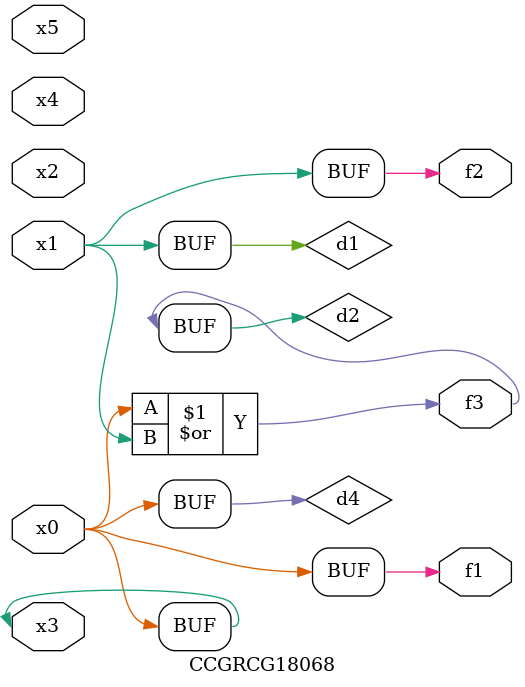
<source format=v>
module CCGRCG18068(
	input x0, x1, x2, x3, x4, x5,
	output f1, f2, f3
);

	wire d1, d2, d3, d4;

	and (d1, x1);
	or (d2, x0, x1);
	nand (d3, x0, x5);
	buf (d4, x0, x3);
	assign f1 = d4;
	assign f2 = d1;
	assign f3 = d2;
endmodule

</source>
